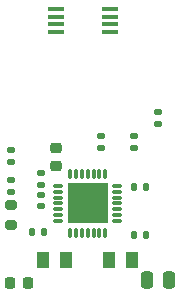
<source format=gbr>
%TF.GenerationSoftware,KiCad,Pcbnew,8.0.8*%
%TF.CreationDate,2025-03-31T15:02:32-07:00*%
%TF.ProjectId,stoplight,73746f70-6c69-4676-9874-2e6b69636164,0.1*%
%TF.SameCoordinates,Original*%
%TF.FileFunction,Paste,Bot*%
%TF.FilePolarity,Positive*%
%FSLAX46Y46*%
G04 Gerber Fmt 4.6, Leading zero omitted, Abs format (unit mm)*
G04 Created by KiCad (PCBNEW 8.0.8) date 2025-03-31 15:02:32*
%MOMM*%
%LPD*%
G01*
G04 APERTURE LIST*
G04 Aperture macros list*
%AMRoundRect*
0 Rectangle with rounded corners*
0 $1 Rounding radius*
0 $2 $3 $4 $5 $6 $7 $8 $9 X,Y pos of 4 corners*
0 Add a 4 corners polygon primitive as box body*
4,1,4,$2,$3,$4,$5,$6,$7,$8,$9,$2,$3,0*
0 Add four circle primitives for the rounded corners*
1,1,$1+$1,$2,$3*
1,1,$1+$1,$4,$5*
1,1,$1+$1,$6,$7*
1,1,$1+$1,$8,$9*
0 Add four rect primitives between the rounded corners*
20,1,$1+$1,$2,$3,$4,$5,0*
20,1,$1+$1,$4,$5,$6,$7,0*
20,1,$1+$1,$6,$7,$8,$9,0*
20,1,$1+$1,$8,$9,$2,$3,0*%
G04 Aperture macros list end*
%ADD10RoundRect,0.250000X-0.250000X-0.475000X0.250000X-0.475000X0.250000X0.475000X-0.250000X0.475000X0*%
%ADD11RoundRect,0.140000X-0.140000X-0.170000X0.140000X-0.170000X0.140000X0.170000X-0.140000X0.170000X0*%
%ADD12R,1.130000X1.380000*%
%ADD13RoundRect,0.135000X-0.185000X0.135000X-0.185000X-0.135000X0.185000X-0.135000X0.185000X0.135000X0*%
%ADD14RoundRect,0.140000X0.170000X-0.140000X0.170000X0.140000X-0.170000X0.140000X-0.170000X-0.140000X0*%
%ADD15RoundRect,0.225000X0.225000X0.250000X-0.225000X0.250000X-0.225000X-0.250000X0.225000X-0.250000X0*%
%ADD16RoundRect,0.200000X0.275000X-0.200000X0.275000X0.200000X-0.275000X0.200000X-0.275000X-0.200000X0*%
%ADD17R,1.400000X0.410000*%
%ADD18RoundRect,0.135000X0.185000X-0.135000X0.185000X0.135000X-0.185000X0.135000X-0.185000X-0.135000X0*%
%ADD19O,0.900000X0.280000*%
%ADD20O,0.280000X0.900000*%
%ADD21R,3.500000X3.500000*%
%ADD22RoundRect,0.225000X0.250000X-0.225000X0.250000X0.225000X-0.250000X0.225000X-0.250000X-0.225000X0*%
%ADD23RoundRect,0.140000X0.140000X0.170000X-0.140000X0.170000X-0.140000X-0.170000X0.140000X-0.170000X0*%
G04 APERTURE END LIST*
D10*
%TO.C,C18*%
X155250000Y-92200000D03*
X157150000Y-92200000D03*
%TD*%
D11*
%TO.C,C9*%
X145560800Y-88112982D03*
X146520800Y-88112982D03*
%TD*%
D12*
%TO.C,R7*%
X152025800Y-90514800D03*
X154025800Y-90514800D03*
%TD*%
D13*
%TO.C,R4*%
X151374800Y-79971800D03*
X151374800Y-80991800D03*
%TD*%
D11*
%TO.C,C11*%
X154196800Y-84302982D03*
X155156800Y-84302982D03*
%TD*%
D14*
%TO.C,C6*%
X146294800Y-85914800D03*
X146294800Y-84954800D03*
%TD*%
D15*
%TO.C,C8*%
X145175000Y-92400000D03*
X143625000Y-92400000D03*
%TD*%
D13*
%TO.C,R10*%
X156200800Y-77950982D03*
X156200800Y-78970982D03*
%TD*%
%TO.C,R5*%
X154168800Y-79982982D03*
X154168800Y-81002982D03*
%TD*%
%TO.C,R9*%
X143754800Y-83728982D03*
X143754800Y-84748982D03*
%TD*%
D16*
%TO.C,R11*%
X143754800Y-87476982D03*
X143754800Y-85826982D03*
%TD*%
D17*
%TO.C,U4*%
X152150800Y-69214800D03*
X152150800Y-69864800D03*
X152150800Y-70524800D03*
X152150800Y-71174800D03*
X147550800Y-71174800D03*
X147550800Y-70524800D03*
X147550800Y-69864800D03*
X147550800Y-69214800D03*
%TD*%
D12*
%TO.C,R6*%
X148437800Y-90514800D03*
X146437800Y-90514800D03*
%TD*%
D14*
%TO.C,C7*%
X146294800Y-84084800D03*
X146294800Y-83124800D03*
%TD*%
D18*
%TO.C,R8*%
X143754800Y-82208982D03*
X143754800Y-81188982D03*
%TD*%
D19*
%TO.C,U3*%
X147731800Y-87188800D03*
X147731800Y-86688800D03*
X147731800Y-86188800D03*
X147731800Y-85688800D03*
X147731800Y-85188800D03*
X147731800Y-84688800D03*
X147731800Y-84188800D03*
D20*
X148731800Y-83188800D03*
X149231800Y-83188800D03*
X149731800Y-83188800D03*
X150231800Y-83188800D03*
X150731800Y-83188800D03*
X151231800Y-83188800D03*
X151731800Y-83188800D03*
D19*
X152731800Y-84188800D03*
X152731800Y-84688800D03*
X152731800Y-85188800D03*
X152731800Y-85688800D03*
X152731800Y-86188800D03*
X152731800Y-86688800D03*
X152731800Y-87188800D03*
D20*
X151731800Y-88188800D03*
X151231800Y-88188800D03*
X150731800Y-88188800D03*
X150231800Y-88188800D03*
X149731800Y-88188800D03*
X149231800Y-88188800D03*
X148731800Y-88188800D03*
D21*
X150231800Y-85688800D03*
%TD*%
D22*
%TO.C,C5*%
X147564800Y-82537982D03*
X147564800Y-80987982D03*
%TD*%
D23*
%TO.C,C10*%
X155156800Y-88366982D03*
X154196800Y-88366982D03*
%TD*%
M02*

</source>
